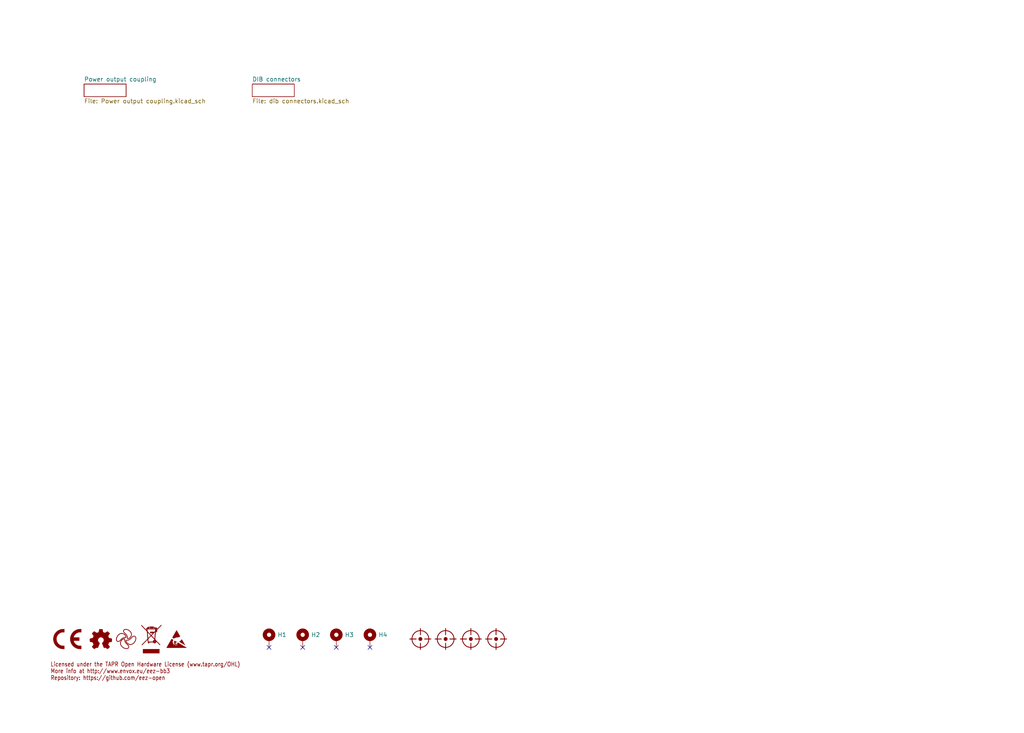
<source format=kicad_sch>
(kicad_sch (version 20230121) (generator eeschema)
  (paper "User" 309.347 221.463)
  (title_block (title "EEZ DIB B3C") (date "2024-01-03") (rev "r3B3") (company "Envox d.o.o.") (comment 1 "https://www.envox.eu"))
  (lib_symbols
    (symbol "PCM_EEZ_symbols:CE logo" (pin_names (offset 1.016)) (in_bom no))
    (symbol "PCM_EEZ_symbols:EEZ logo" (pin_names (offset 1.016)) (in_bom no))
    (symbol "PCM_EEZ_symbols:ESD logo" (pin_names (offset 1.016)) (in_bom no))
    (symbol "PCM_EEZ_symbols:FIDUCIAL" (in_bom no))
    (symbol "PCM_EEZ_symbols:Open HW logo" (pin_names (offset 1.016)) (in_bom no))
    (symbol "PCM_EEZ_symbols:WEEE logo" (pin_names (offset 1.016)) (in_bom no))
    (symbol "PCM_EEZ_unsorted:MountingHole_Pad" (pin_numbers hide) (pin_names (offset 1.016) hide) (in_bom no)
      (property "Reference" "H" (at 0 6.35 0))
      (symbol "MountingHole_Pad_1_1"
        (pin passive line (at 0 -2.54 90) (length 2.54) (name "1") (number "1"))
      )
    )
  )
  (no_connect (at 81.28 195.58))
  (no_connect (at 111.76 195.58))
  (no_connect (at 91.44 195.58))
  (no_connect (at 101.6 195.58))
  (text "Licensed under the TAPR Open Hardware License (www.tapr.org/OHL)\nMore info at http://www.envox.eu/eez-bb3\nRepository: https://github.com/eez-open" (at 15.24 205.74 0) (effects (font (size 1.27 1.0795)) (justify left bottom)))
  (symbol (lib_id "PCM_EEZ_unsorted:MountingHole_Pad") (at 81.28 193.04 0) (unit 1) (in_bom no)
    (property "Reference" "H1" (at 83.82 191.77 0) (effects (justify left)))
    (property "Footprint" "PCM_EEZ_THT:Mounting_hole 3.2_5.5mm" (effects hide))
  )
  (symbol (lib_id "PCM_EEZ_symbols:FIDUCIAL") (at 149.86 193.04 0) (unit 1) (in_bom no)
    (property "Reference" "FM4" (effects hide))
    (property "Value" "FIDUCIAL" (effects hide))
    (property "Footprint" "PCM_EEZ_SMD:Fiducial" (effects hide))
  )
  (symbol (lib_id "PCM_EEZ_unsorted:MountingHole_Pad") (at 111.76 193.04 0) (unit 1) (in_bom no)
    (property "Reference" "H4" (at 114.3 191.77 0) (effects (justify left)))
    (property "Footprint" "PCM_EEZ_THT:Mounting_hole 3.2_5.5mm" (effects hide))
  )
  (symbol (lib_id "PCM_EEZ_symbols:WEEE logo") (at 45.72 193.04 0) (unit 1) (in_bom no)
    (property "Reference" "LOGO4" (effects hide))
    (property "Value" "WEEE logo" (effects hide))
    (property "Footprint" "PCM_EEZ_unsorted:WEEE logo" (effects hide))
  )
  (symbol (lib_id "PCM_EEZ_symbols:FIDUCIAL") (at 142.24 193.04 0) (unit 1) (in_bom no)
    (property "Reference" "FM3" (effects hide))
    (property "Value" "FIDUCIAL" (effects hide))
    (property "Footprint" "PCM_EEZ_SMD:Fiducial" (effects hide))
  )
  (symbol (lib_id "PCM_EEZ_symbols:FIDUCIAL") (at 127 193.04 0) (unit 1) (in_bom no)
    (property "Reference" "FM1" (effects hide))
    (property "Value" "FIDUCIAL" (effects hide))
    (property "Footprint" "PCM_EEZ_SMD:Fiducial" (effects hide))
  )
  (symbol (lib_id "PCM_EEZ_unsorted:MountingHole_Pad") (at 91.44 193.04 0) (unit 1) (in_bom no)
    (property "Reference" "H2" (at 93.98 191.77 0) (effects (justify left)))
    (property "Footprint" "PCM_EEZ_THT:Mounting_hole 3.2_5.5mm" (effects hide))
  )
  (symbol (lib_id "PCM_EEZ_symbols:EEZ logo") (at 38.1 193.04 0) (unit 1) (in_bom no)
    (property "Reference" "LOGO3" (effects hide))
    (property "Value" "EEZ logo" (effects hide))
    (property "Footprint" "PCM_EEZ_unsorted:EEZ logo (outline 6mm)" (effects hide))
  )
  (symbol (lib_id "PCM_EEZ_symbols:FIDUCIAL") (at 134.62 193.04 0) (unit 1) (in_bom no)
    (property "Reference" "FM2" (effects hide))
    (property "Value" "FIDUCIAL" (effects hide))
    (property "Footprint" "PCM_EEZ_SMD:Fiducial" (effects hide))
  )
  (symbol (lib_id "PCM_EEZ_unsorted:MountingHole_Pad") (at 101.6 193.04 0) (unit 1) (in_bom no)
    (property "Reference" "H3" (at 104.14 191.77 0) (effects (justify left)))
    (property "Footprint" "PCM_EEZ_THT:Mounting_hole 3.2_5.5mm" (effects hide))
  )
  (symbol (lib_id "PCM_EEZ_symbols:CE logo") (at 20.32 193.04 0) (unit 1) (in_bom no)
    (property "Reference" "LOGO1" (effects hide))
    (property "Value" "CR logo" (effects hide))
    (property "Footprint" "PCM_EEZ_unsorted:CE logo" (effects hide))
  )
  (symbol (lib_id "PCM_EEZ_symbols:Open HW logo") (at 30.48 193.04 0) (unit 1) (in_bom no)
    (property "Reference" "LOGO2" (effects hide))
    (property "Value" "Open HW logo" (effects hide))
    (property "Footprint" "PCM_EEZ_unsorted:Open HW logo" (effects hide))
  )
  (symbol (lib_id "PCM_EEZ_symbols:ESD logo") (at 53.34 193.04 0) (unit 1) (in_bom no)
    (property "Reference" "LOGO5" (effects hide))
    (property "Value" "ESD logo" (effects hide))
    (property "Footprint" "PCM_EEZ_unsorted:ESD  logo" (effects hide))
  )
  (sheet (at 25.4 25.4) (size 12.7 3.81)
    (property "Sheetname" "Power output coupling" (at 25.4 24.6884 0) (effects (justify left bottom)))
    (property "Sheetfile" "Power output coupling.kicad_sch" (at 25.4 29.7946 0) (effects (justify left top)))
  )
  (sheet (at 76.2 25.4) (size 12.7 3.81)
    (property "Sheetname" "DIB connectors" (at 76.2 24.6884 0) (effects (justify left bottom)))
    (property "Sheetfile" "dib connectors.kicad_sch" (at 76.2 29.7946 0) (effects (justify left top)))
  )
)
</source>
